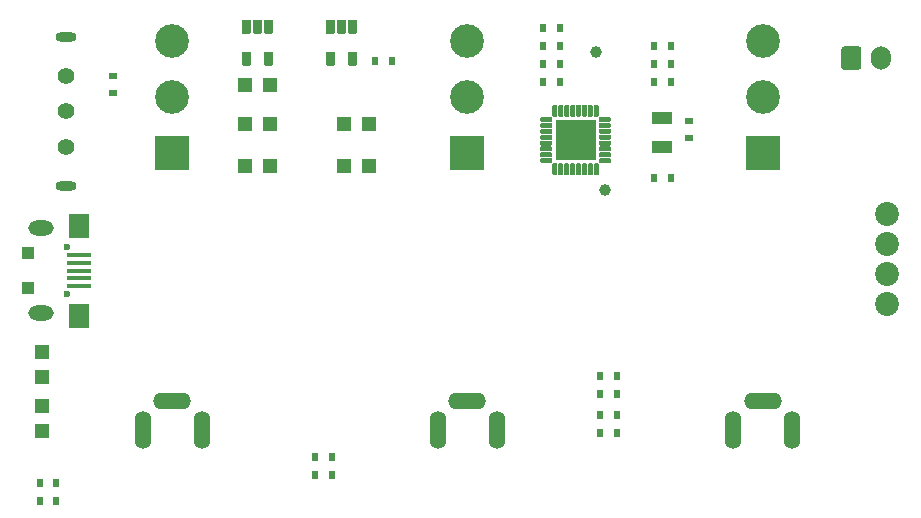
<source format=gbr>
%TF.GenerationSoftware,KiCad,Pcbnew,(5.1.9-0-10_14)*%
%TF.CreationDate,2021-02-18T22:12:25+01:00*%
%TF.ProjectId,ledTruck,6c656454-7275-4636-9b2e-6b696361645f,rev?*%
%TF.SameCoordinates,Original*%
%TF.FileFunction,Soldermask,Top*%
%TF.FilePolarity,Negative*%
%FSLAX46Y46*%
G04 Gerber Fmt 4.6, Leading zero omitted, Abs format (unit mm)*
G04 Created by KiCad (PCBNEW (5.1.9-0-10_14)) date 2021-02-18 22:12:25*
%MOMM*%
%LPD*%
G01*
G04 APERTURE LIST*
%ADD10R,1.800000X1.000000*%
%ADD11R,2.150000X0.400000*%
%ADD12R,1.000000X1.000000*%
%ADD13C,0.600000*%
%ADD14O,2.150000X1.300000*%
%ADD15R,1.800000X2.000000*%
%ADD16C,1.000000*%
%ADD17R,1.200000X1.200000*%
%ADD18C,2.850000*%
%ADD19R,2.850000X2.850000*%
%ADD20R,0.600000X0.800000*%
%ADD21R,0.800000X0.600000*%
%ADD22C,2.020000*%
%ADD23O,1.700000X2.000000*%
%ADD24O,3.200000X1.400000*%
%ADD25O,1.400000X3.200000*%
%ADD26R,3.450000X3.450000*%
%ADD27C,0.400000*%
%ADD28C,1.400000*%
%ADD29O,1.800000X0.800000*%
G04 APERTURE END LIST*
D10*
%TO.C,Y1*%
X161544000Y-83078000D03*
X161544000Y-85578000D03*
%TD*%
D11*
%TO.C,J2*%
X112126000Y-97312000D03*
X112126000Y-96662000D03*
X112126000Y-96012000D03*
X112126000Y-95362000D03*
D12*
X107816000Y-97512000D03*
D13*
X111116000Y-98012000D03*
X111116000Y-94012000D03*
D14*
X108966000Y-99612000D03*
D15*
X112126000Y-99812000D03*
D14*
X108966000Y-92412000D03*
D15*
X112126000Y-92212000D03*
D11*
X112126000Y-94712000D03*
D12*
X107816000Y-94512000D03*
%TD*%
D16*
%TO.C,BOOT0*%
X156718000Y-89194000D03*
%TD*%
%TO.C,RST1*%
X155956000Y-77470000D03*
%TD*%
D17*
%TO.C,C9*%
X126204000Y-87122000D03*
X128304000Y-87122000D03*
%TD*%
%TO.C,C7*%
X134586000Y-83566000D03*
X136686000Y-83566000D03*
%TD*%
%TO.C,C4*%
X126204000Y-83566000D03*
X128304000Y-83566000D03*
%TD*%
%TO.C,C1*%
X134586000Y-87122000D03*
X136686000Y-87122000D03*
%TD*%
%TO.C,U2*%
G36*
G01*
X135686000Y-74833000D02*
X135686000Y-75883000D01*
G75*
G02*
X135616000Y-75953000I-70000J0D01*
G01*
X135016000Y-75953000D01*
G75*
G02*
X134946000Y-75883000I0J70000D01*
G01*
X134946000Y-74833000D01*
G75*
G02*
X135016000Y-74763000I70000J0D01*
G01*
X135616000Y-74763000D01*
G75*
G02*
X135686000Y-74833000I0J-70000D01*
G01*
G37*
G36*
G01*
X134736000Y-74833000D02*
X134736000Y-75883000D01*
G75*
G02*
X134666000Y-75953000I-70000J0D01*
G01*
X134066000Y-75953000D01*
G75*
G02*
X133996000Y-75883000I0J70000D01*
G01*
X133996000Y-74833000D01*
G75*
G02*
X134066000Y-74763000I70000J0D01*
G01*
X134666000Y-74763000D01*
G75*
G02*
X134736000Y-74833000I0J-70000D01*
G01*
G37*
G36*
G01*
X133786000Y-74833000D02*
X133786000Y-75883000D01*
G75*
G02*
X133716000Y-75953000I-70000J0D01*
G01*
X133116000Y-75953000D01*
G75*
G02*
X133046000Y-75883000I0J70000D01*
G01*
X133046000Y-74833000D01*
G75*
G02*
X133116000Y-74763000I70000J0D01*
G01*
X133716000Y-74763000D01*
G75*
G02*
X133786000Y-74833000I0J-70000D01*
G01*
G37*
G36*
G01*
X133786000Y-77533000D02*
X133786000Y-78583000D01*
G75*
G02*
X133716000Y-78653000I-70000J0D01*
G01*
X133116000Y-78653000D01*
G75*
G02*
X133046000Y-78583000I0J70000D01*
G01*
X133046000Y-77533000D01*
G75*
G02*
X133116000Y-77463000I70000J0D01*
G01*
X133716000Y-77463000D01*
G75*
G02*
X133786000Y-77533000I0J-70000D01*
G01*
G37*
G36*
G01*
X135686000Y-77533000D02*
X135686000Y-78583000D01*
G75*
G02*
X135616000Y-78653000I-70000J0D01*
G01*
X135016000Y-78653000D01*
G75*
G02*
X134946000Y-78583000I0J70000D01*
G01*
X134946000Y-77533000D01*
G75*
G02*
X135016000Y-77463000I70000J0D01*
G01*
X135616000Y-77463000D01*
G75*
G02*
X135686000Y-77533000I0J-70000D01*
G01*
G37*
%TD*%
D18*
%TO.C,SW3*%
X170034000Y-76612000D03*
X170034000Y-81312000D03*
D19*
X170034000Y-86012000D03*
%TD*%
D18*
%TO.C,SW2*%
X145034000Y-76612000D03*
X145034000Y-81312000D03*
D19*
X145034000Y-86012000D03*
%TD*%
D18*
%TO.C,SW1*%
X120034000Y-76612000D03*
X120034000Y-81312000D03*
D19*
X120034000Y-86012000D03*
%TD*%
D20*
%TO.C,R13*%
X160844000Y-78486000D03*
X162244000Y-78486000D03*
%TD*%
%TO.C,R12*%
X160844000Y-76962000D03*
X162244000Y-76962000D03*
%TD*%
%TO.C,R11*%
X108834000Y-114012000D03*
X110234000Y-114012000D03*
%TD*%
%TO.C,R10*%
X108834000Y-115512000D03*
X110234000Y-115512000D03*
%TD*%
%TO.C,R9*%
X151446000Y-80010000D03*
X152846000Y-80010000D03*
%TD*%
D21*
%TO.C,R8*%
X163830000Y-84774000D03*
X163830000Y-83374000D03*
%TD*%
D20*
%TO.C,R7*%
X137222000Y-78232000D03*
X138622000Y-78232000D03*
%TD*%
%TO.C,R6*%
X157672000Y-109728000D03*
X156272000Y-109728000D03*
%TD*%
%TO.C,R5*%
X156272000Y-106426000D03*
X157672000Y-106426000D03*
%TD*%
%TO.C,R4*%
X132142000Y-113284000D03*
X133542000Y-113284000D03*
%TD*%
%TO.C,R3*%
X157672000Y-108204000D03*
X156272000Y-108204000D03*
%TD*%
%TO.C,R2*%
X157672000Y-104902000D03*
X156272000Y-104902000D03*
%TD*%
%TO.C,R1*%
X132128000Y-111760000D03*
X133528000Y-111760000D03*
%TD*%
D17*
%TO.C,L1*%
X128338000Y-80264000D03*
X126238000Y-80264000D03*
%TD*%
D22*
%TO.C,J3*%
X180594000Y-91186000D03*
X180594000Y-93726000D03*
X180594000Y-96266000D03*
X180594000Y-98806000D03*
%TD*%
D23*
%TO.C,J1*%
X180034000Y-78012000D03*
G36*
G01*
X176684000Y-78762000D02*
X176684000Y-77262000D01*
G75*
G02*
X176934000Y-77012000I250000J0D01*
G01*
X178134000Y-77012000D01*
G75*
G02*
X178384000Y-77262000I0J-250000D01*
G01*
X178384000Y-78762000D01*
G75*
G02*
X178134000Y-79012000I-250000J0D01*
G01*
X176934000Y-79012000D01*
G75*
G02*
X176684000Y-78762000I0J250000D01*
G01*
G37*
%TD*%
D17*
%TO.C,D2*%
X109034000Y-107462000D03*
X109034000Y-109562000D03*
%TD*%
%TO.C,D1*%
X109034000Y-102912000D03*
X109034000Y-105012000D03*
%TD*%
D20*
%TO.C,C8*%
X152846000Y-78486000D03*
X151446000Y-78486000D03*
%TD*%
%TO.C,C6*%
X152846000Y-76962000D03*
X151446000Y-76962000D03*
%TD*%
%TO.C,C5*%
X152846000Y-75464000D03*
X151446000Y-75464000D03*
%TD*%
%TO.C,C3*%
X160844000Y-80010000D03*
X162244000Y-80010000D03*
%TD*%
%TO.C,C2*%
X160844000Y-88138000D03*
X162244000Y-88138000D03*
%TD*%
D24*
%TO.C,CON1*%
X120034000Y-107012000D03*
D25*
X117534000Y-109512000D03*
X122534000Y-109512000D03*
%TD*%
D24*
%TO.C,CON2*%
X145034000Y-107012000D03*
D25*
X142534000Y-109512000D03*
X147534000Y-109512000D03*
%TD*%
%TO.C,CON3*%
X172534000Y-109512000D03*
X167534000Y-109512000D03*
D24*
X170034000Y-107012000D03*
%TD*%
%TO.C,U1*%
G36*
G01*
X152580000Y-87932000D02*
X152300000Y-87932000D01*
G75*
G02*
X152230000Y-87862000I0J70000D01*
G01*
X152230000Y-87012000D01*
G75*
G02*
X152300000Y-86942000I70000J0D01*
G01*
X152580000Y-86942000D01*
G75*
G02*
X152650000Y-87012000I0J-70000D01*
G01*
X152650000Y-87862000D01*
G75*
G02*
X152580000Y-87932000I-70000J0D01*
G01*
G37*
G36*
G01*
X152140000Y-83422000D02*
X151290000Y-83422000D01*
G75*
G02*
X151220000Y-83352000I0J70000D01*
G01*
X151220000Y-83072000D01*
G75*
G02*
X151290000Y-83002000I70000J0D01*
G01*
X152140000Y-83002000D01*
G75*
G02*
X152210000Y-83072000I0J-70000D01*
G01*
X152210000Y-83352000D01*
G75*
G02*
X152140000Y-83422000I-70000J0D01*
G01*
G37*
G36*
G01*
X156080000Y-82982000D02*
X155800000Y-82982000D01*
G75*
G02*
X155730000Y-82912000I0J70000D01*
G01*
X155730000Y-82062000D01*
G75*
G02*
X155800000Y-81992000I70000J0D01*
G01*
X156080000Y-81992000D01*
G75*
G02*
X156150000Y-82062000I0J-70000D01*
G01*
X156150000Y-82912000D01*
G75*
G02*
X156080000Y-82982000I-70000J0D01*
G01*
G37*
D26*
X154190000Y-84962000D03*
D27*
X153190000Y-85962000D03*
X153190000Y-84962000D03*
X153190000Y-83962000D03*
X154190000Y-85962000D03*
X154190000Y-84962000D03*
X154190000Y-83962000D03*
X155190000Y-85962000D03*
X155190000Y-84962000D03*
X155190000Y-83962000D03*
G36*
G01*
X157090000Y-86922000D02*
X156240000Y-86922000D01*
G75*
G02*
X156170000Y-86852000I0J70000D01*
G01*
X156170000Y-86572000D01*
G75*
G02*
X156240000Y-86502000I70000J0D01*
G01*
X157090000Y-86502000D01*
G75*
G02*
X157160000Y-86572000I0J-70000D01*
G01*
X157160000Y-86852000D01*
G75*
G02*
X157090000Y-86922000I-70000J0D01*
G01*
G37*
G36*
G01*
X157090000Y-86422000D02*
X156240000Y-86422000D01*
G75*
G02*
X156170000Y-86352000I0J70000D01*
G01*
X156170000Y-86072000D01*
G75*
G02*
X156240000Y-86002000I70000J0D01*
G01*
X157090000Y-86002000D01*
G75*
G02*
X157160000Y-86072000I0J-70000D01*
G01*
X157160000Y-86352000D01*
G75*
G02*
X157090000Y-86422000I-70000J0D01*
G01*
G37*
G36*
G01*
X157090000Y-85922000D02*
X156240000Y-85922000D01*
G75*
G02*
X156170000Y-85852000I0J70000D01*
G01*
X156170000Y-85572000D01*
G75*
G02*
X156240000Y-85502000I70000J0D01*
G01*
X157090000Y-85502000D01*
G75*
G02*
X157160000Y-85572000I0J-70000D01*
G01*
X157160000Y-85852000D01*
G75*
G02*
X157090000Y-85922000I-70000J0D01*
G01*
G37*
G36*
G01*
X157090000Y-85422000D02*
X156240000Y-85422000D01*
G75*
G02*
X156170000Y-85352000I0J70000D01*
G01*
X156170000Y-85072000D01*
G75*
G02*
X156240000Y-85002000I70000J0D01*
G01*
X157090000Y-85002000D01*
G75*
G02*
X157160000Y-85072000I0J-70000D01*
G01*
X157160000Y-85352000D01*
G75*
G02*
X157090000Y-85422000I-70000J0D01*
G01*
G37*
G36*
G01*
X157090000Y-84922000D02*
X156240000Y-84922000D01*
G75*
G02*
X156170000Y-84852000I0J70000D01*
G01*
X156170000Y-84572000D01*
G75*
G02*
X156240000Y-84502000I70000J0D01*
G01*
X157090000Y-84502000D01*
G75*
G02*
X157160000Y-84572000I0J-70000D01*
G01*
X157160000Y-84852000D01*
G75*
G02*
X157090000Y-84922000I-70000J0D01*
G01*
G37*
G36*
G01*
X157090000Y-84422000D02*
X156240000Y-84422000D01*
G75*
G02*
X156170000Y-84352000I0J70000D01*
G01*
X156170000Y-84072000D01*
G75*
G02*
X156240000Y-84002000I70000J0D01*
G01*
X157090000Y-84002000D01*
G75*
G02*
X157160000Y-84072000I0J-70000D01*
G01*
X157160000Y-84352000D01*
G75*
G02*
X157090000Y-84422000I-70000J0D01*
G01*
G37*
G36*
G01*
X157090000Y-83922000D02*
X156240000Y-83922000D01*
G75*
G02*
X156170000Y-83852000I0J70000D01*
G01*
X156170000Y-83572000D01*
G75*
G02*
X156240000Y-83502000I70000J0D01*
G01*
X157090000Y-83502000D01*
G75*
G02*
X157160000Y-83572000I0J-70000D01*
G01*
X157160000Y-83852000D01*
G75*
G02*
X157090000Y-83922000I-70000J0D01*
G01*
G37*
G36*
G01*
X157090000Y-83422000D02*
X156240000Y-83422000D01*
G75*
G02*
X156170000Y-83352000I0J70000D01*
G01*
X156170000Y-83072000D01*
G75*
G02*
X156240000Y-83002000I70000J0D01*
G01*
X157090000Y-83002000D01*
G75*
G02*
X157160000Y-83072000I0J-70000D01*
G01*
X157160000Y-83352000D01*
G75*
G02*
X157090000Y-83422000I-70000J0D01*
G01*
G37*
G36*
G01*
X155580000Y-82982000D02*
X155300000Y-82982000D01*
G75*
G02*
X155230000Y-82912000I0J70000D01*
G01*
X155230000Y-82062000D01*
G75*
G02*
X155300000Y-81992000I70000J0D01*
G01*
X155580000Y-81992000D01*
G75*
G02*
X155650000Y-82062000I0J-70000D01*
G01*
X155650000Y-82912000D01*
G75*
G02*
X155580000Y-82982000I-70000J0D01*
G01*
G37*
G36*
G01*
X155080000Y-82982000D02*
X154800000Y-82982000D01*
G75*
G02*
X154730000Y-82912000I0J70000D01*
G01*
X154730000Y-82062000D01*
G75*
G02*
X154800000Y-81992000I70000J0D01*
G01*
X155080000Y-81992000D01*
G75*
G02*
X155150000Y-82062000I0J-70000D01*
G01*
X155150000Y-82912000D01*
G75*
G02*
X155080000Y-82982000I-70000J0D01*
G01*
G37*
G36*
G01*
X154580000Y-82982000D02*
X154300000Y-82982000D01*
G75*
G02*
X154230000Y-82912000I0J70000D01*
G01*
X154230000Y-82062000D01*
G75*
G02*
X154300000Y-81992000I70000J0D01*
G01*
X154580000Y-81992000D01*
G75*
G02*
X154650000Y-82062000I0J-70000D01*
G01*
X154650000Y-82912000D01*
G75*
G02*
X154580000Y-82982000I-70000J0D01*
G01*
G37*
G36*
G01*
X154080000Y-82982000D02*
X153800000Y-82982000D01*
G75*
G02*
X153730000Y-82912000I0J70000D01*
G01*
X153730000Y-82062000D01*
G75*
G02*
X153800000Y-81992000I70000J0D01*
G01*
X154080000Y-81992000D01*
G75*
G02*
X154150000Y-82062000I0J-70000D01*
G01*
X154150000Y-82912000D01*
G75*
G02*
X154080000Y-82982000I-70000J0D01*
G01*
G37*
G36*
G01*
X153580000Y-82982000D02*
X153300000Y-82982000D01*
G75*
G02*
X153230000Y-82912000I0J70000D01*
G01*
X153230000Y-82062000D01*
G75*
G02*
X153300000Y-81992000I70000J0D01*
G01*
X153580000Y-81992000D01*
G75*
G02*
X153650000Y-82062000I0J-70000D01*
G01*
X153650000Y-82912000D01*
G75*
G02*
X153580000Y-82982000I-70000J0D01*
G01*
G37*
G36*
G01*
X153080000Y-82982000D02*
X152800000Y-82982000D01*
G75*
G02*
X152730000Y-82912000I0J70000D01*
G01*
X152730000Y-82062000D01*
G75*
G02*
X152800000Y-81992000I70000J0D01*
G01*
X153080000Y-81992000D01*
G75*
G02*
X153150000Y-82062000I0J-70000D01*
G01*
X153150000Y-82912000D01*
G75*
G02*
X153080000Y-82982000I-70000J0D01*
G01*
G37*
G36*
G01*
X152580000Y-82982000D02*
X152300000Y-82982000D01*
G75*
G02*
X152230000Y-82912000I0J70000D01*
G01*
X152230000Y-82062000D01*
G75*
G02*
X152300000Y-81992000I70000J0D01*
G01*
X152580000Y-81992000D01*
G75*
G02*
X152650000Y-82062000I0J-70000D01*
G01*
X152650000Y-82912000D01*
G75*
G02*
X152580000Y-82982000I-70000J0D01*
G01*
G37*
G36*
G01*
X152140000Y-83922000D02*
X151290000Y-83922000D01*
G75*
G02*
X151220000Y-83852000I0J70000D01*
G01*
X151220000Y-83572000D01*
G75*
G02*
X151290000Y-83502000I70000J0D01*
G01*
X152140000Y-83502000D01*
G75*
G02*
X152210000Y-83572000I0J-70000D01*
G01*
X152210000Y-83852000D01*
G75*
G02*
X152140000Y-83922000I-70000J0D01*
G01*
G37*
G36*
G01*
X152140000Y-84422000D02*
X151290000Y-84422000D01*
G75*
G02*
X151220000Y-84352000I0J70000D01*
G01*
X151220000Y-84072000D01*
G75*
G02*
X151290000Y-84002000I70000J0D01*
G01*
X152140000Y-84002000D01*
G75*
G02*
X152210000Y-84072000I0J-70000D01*
G01*
X152210000Y-84352000D01*
G75*
G02*
X152140000Y-84422000I-70000J0D01*
G01*
G37*
G36*
G01*
X152140000Y-84922000D02*
X151290000Y-84922000D01*
G75*
G02*
X151220000Y-84852000I0J70000D01*
G01*
X151220000Y-84572000D01*
G75*
G02*
X151290000Y-84502000I70000J0D01*
G01*
X152140000Y-84502000D01*
G75*
G02*
X152210000Y-84572000I0J-70000D01*
G01*
X152210000Y-84852000D01*
G75*
G02*
X152140000Y-84922000I-70000J0D01*
G01*
G37*
G36*
G01*
X152140000Y-85422000D02*
X151290000Y-85422000D01*
G75*
G02*
X151220000Y-85352000I0J70000D01*
G01*
X151220000Y-85072000D01*
G75*
G02*
X151290000Y-85002000I70000J0D01*
G01*
X152140000Y-85002000D01*
G75*
G02*
X152210000Y-85072000I0J-70000D01*
G01*
X152210000Y-85352000D01*
G75*
G02*
X152140000Y-85422000I-70000J0D01*
G01*
G37*
G36*
G01*
X152140000Y-85922000D02*
X151290000Y-85922000D01*
G75*
G02*
X151220000Y-85852000I0J70000D01*
G01*
X151220000Y-85572000D01*
G75*
G02*
X151290000Y-85502000I70000J0D01*
G01*
X152140000Y-85502000D01*
G75*
G02*
X152210000Y-85572000I0J-70000D01*
G01*
X152210000Y-85852000D01*
G75*
G02*
X152140000Y-85922000I-70000J0D01*
G01*
G37*
G36*
G01*
X152140000Y-86422000D02*
X151290000Y-86422000D01*
G75*
G02*
X151220000Y-86352000I0J70000D01*
G01*
X151220000Y-86072000D01*
G75*
G02*
X151290000Y-86002000I70000J0D01*
G01*
X152140000Y-86002000D01*
G75*
G02*
X152210000Y-86072000I0J-70000D01*
G01*
X152210000Y-86352000D01*
G75*
G02*
X152140000Y-86422000I-70000J0D01*
G01*
G37*
G36*
G01*
X152140000Y-86922000D02*
X151290000Y-86922000D01*
G75*
G02*
X151220000Y-86852000I0J70000D01*
G01*
X151220000Y-86572000D01*
G75*
G02*
X151290000Y-86502000I70000J0D01*
G01*
X152140000Y-86502000D01*
G75*
G02*
X152210000Y-86572000I0J-70000D01*
G01*
X152210000Y-86852000D01*
G75*
G02*
X152140000Y-86922000I-70000J0D01*
G01*
G37*
G36*
G01*
X153080000Y-87932000D02*
X152800000Y-87932000D01*
G75*
G02*
X152730000Y-87862000I0J70000D01*
G01*
X152730000Y-87012000D01*
G75*
G02*
X152800000Y-86942000I70000J0D01*
G01*
X153080000Y-86942000D01*
G75*
G02*
X153150000Y-87012000I0J-70000D01*
G01*
X153150000Y-87862000D01*
G75*
G02*
X153080000Y-87932000I-70000J0D01*
G01*
G37*
G36*
G01*
X153580000Y-87932000D02*
X153300000Y-87932000D01*
G75*
G02*
X153230000Y-87862000I0J70000D01*
G01*
X153230000Y-87012000D01*
G75*
G02*
X153300000Y-86942000I70000J0D01*
G01*
X153580000Y-86942000D01*
G75*
G02*
X153650000Y-87012000I0J-70000D01*
G01*
X153650000Y-87862000D01*
G75*
G02*
X153580000Y-87932000I-70000J0D01*
G01*
G37*
G36*
G01*
X154080000Y-87932000D02*
X153800000Y-87932000D01*
G75*
G02*
X153730000Y-87862000I0J70000D01*
G01*
X153730000Y-87012000D01*
G75*
G02*
X153800000Y-86942000I70000J0D01*
G01*
X154080000Y-86942000D01*
G75*
G02*
X154150000Y-87012000I0J-70000D01*
G01*
X154150000Y-87862000D01*
G75*
G02*
X154080000Y-87932000I-70000J0D01*
G01*
G37*
G36*
G01*
X154580000Y-87932000D02*
X154300000Y-87932000D01*
G75*
G02*
X154230000Y-87862000I0J70000D01*
G01*
X154230000Y-87012000D01*
G75*
G02*
X154300000Y-86942000I70000J0D01*
G01*
X154580000Y-86942000D01*
G75*
G02*
X154650000Y-87012000I0J-70000D01*
G01*
X154650000Y-87862000D01*
G75*
G02*
X154580000Y-87932000I-70000J0D01*
G01*
G37*
G36*
G01*
X155080000Y-87932000D02*
X154800000Y-87932000D01*
G75*
G02*
X154730000Y-87862000I0J70000D01*
G01*
X154730000Y-87012000D01*
G75*
G02*
X154800000Y-86942000I70000J0D01*
G01*
X155080000Y-86942000D01*
G75*
G02*
X155150000Y-87012000I0J-70000D01*
G01*
X155150000Y-87862000D01*
G75*
G02*
X155080000Y-87932000I-70000J0D01*
G01*
G37*
G36*
G01*
X155580000Y-87932000D02*
X155300000Y-87932000D01*
G75*
G02*
X155230000Y-87862000I0J70000D01*
G01*
X155230000Y-87012000D01*
G75*
G02*
X155300000Y-86942000I70000J0D01*
G01*
X155580000Y-86942000D01*
G75*
G02*
X155650000Y-87012000I0J-70000D01*
G01*
X155650000Y-87862000D01*
G75*
G02*
X155580000Y-87932000I-70000J0D01*
G01*
G37*
G36*
G01*
X156080000Y-87932000D02*
X155800000Y-87932000D01*
G75*
G02*
X155730000Y-87862000I0J70000D01*
G01*
X155730000Y-87012000D01*
G75*
G02*
X155800000Y-86942000I70000J0D01*
G01*
X156080000Y-86942000D01*
G75*
G02*
X156150000Y-87012000I0J-70000D01*
G01*
X156150000Y-87862000D01*
G75*
G02*
X156080000Y-87932000I-70000J0D01*
G01*
G37*
%TD*%
D28*
%TO.C,S1*%
X111034000Y-79512000D03*
X111034000Y-82512000D03*
X111034000Y-85512000D03*
D29*
X111034000Y-76212000D03*
X111034000Y-88812000D03*
%TD*%
D21*
%TO.C,R14*%
X115062000Y-80964000D03*
X115062000Y-79564000D03*
%TD*%
%TO.C,U3*%
G36*
G01*
X128574000Y-77533000D02*
X128574000Y-78583000D01*
G75*
G02*
X128504000Y-78653000I-70000J0D01*
G01*
X127904000Y-78653000D01*
G75*
G02*
X127834000Y-78583000I0J70000D01*
G01*
X127834000Y-77533000D01*
G75*
G02*
X127904000Y-77463000I70000J0D01*
G01*
X128504000Y-77463000D01*
G75*
G02*
X128574000Y-77533000I0J-70000D01*
G01*
G37*
G36*
G01*
X126674000Y-77533000D02*
X126674000Y-78583000D01*
G75*
G02*
X126604000Y-78653000I-70000J0D01*
G01*
X126004000Y-78653000D01*
G75*
G02*
X125934000Y-78583000I0J70000D01*
G01*
X125934000Y-77533000D01*
G75*
G02*
X126004000Y-77463000I70000J0D01*
G01*
X126604000Y-77463000D01*
G75*
G02*
X126674000Y-77533000I0J-70000D01*
G01*
G37*
G36*
G01*
X126674000Y-74833000D02*
X126674000Y-75883000D01*
G75*
G02*
X126604000Y-75953000I-70000J0D01*
G01*
X126004000Y-75953000D01*
G75*
G02*
X125934000Y-75883000I0J70000D01*
G01*
X125934000Y-74833000D01*
G75*
G02*
X126004000Y-74763000I70000J0D01*
G01*
X126604000Y-74763000D01*
G75*
G02*
X126674000Y-74833000I0J-70000D01*
G01*
G37*
G36*
G01*
X127624000Y-74833000D02*
X127624000Y-75883000D01*
G75*
G02*
X127554000Y-75953000I-70000J0D01*
G01*
X126954000Y-75953000D01*
G75*
G02*
X126884000Y-75883000I0J70000D01*
G01*
X126884000Y-74833000D01*
G75*
G02*
X126954000Y-74763000I70000J0D01*
G01*
X127554000Y-74763000D01*
G75*
G02*
X127624000Y-74833000I0J-70000D01*
G01*
G37*
G36*
G01*
X128574000Y-74833000D02*
X128574000Y-75883000D01*
G75*
G02*
X128504000Y-75953000I-70000J0D01*
G01*
X127904000Y-75953000D01*
G75*
G02*
X127834000Y-75883000I0J70000D01*
G01*
X127834000Y-74833000D01*
G75*
G02*
X127904000Y-74763000I70000J0D01*
G01*
X128504000Y-74763000D01*
G75*
G02*
X128574000Y-74833000I0J-70000D01*
G01*
G37*
%TD*%
M02*

</source>
